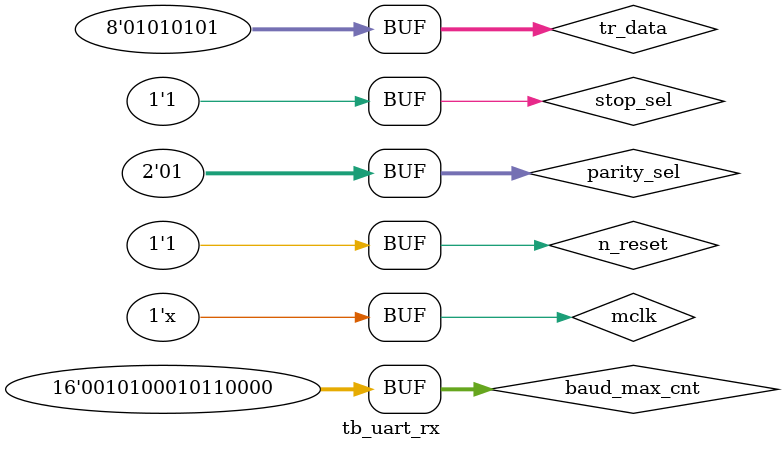
<source format=v>
module tb_uart_rx;

reg              mclk, n_reset;
wire     [15:0]  baud_max_cnt = 16'd10416; // baudrate = 9600
wire     [1:0]   parity_sel   = 2'b01;
wire             stop_sel     = 1'b1;
reg              read_en;
wire    [7:0]    tr_data      = 8'h55;
wire    [7:0]    rd_data;
wire             rd_valid;
wire             full;
wire             frame_err;
wire             parity_err;
wire             txd;
wire             rxd;
wire             done;

always #5 mclk = ~mclk;

initial begin
    n_reset = 0;
    mclk = 0;

#100 n_reset = 1;
end

reg [19:0] cnt;
always@(negedge n_reset, posedge mclk)
    if(!n_reset)
        cnt <= 20'b0;
    else
        cnt <= cnt + 1'b1;

reg send_en;
always@(negedge n_reset, posedge mclk)
    if(!n_reset)
        send_en <= 1'b0;
    else
        send_en <= (cnt == 20'd1000) ? 1'b1 : 1'b0;

always@(negedge n_reset, posedge mclk)
    if(!n_reset)
        read_en <= 1'b0;
    else
        read_en <= (cnt == 20'd140000) ? 1'b1 : 1'b0;

assign rxd = txd;

uart_tx t0(
    .mclk               (mclk            ),
    .n_reset            (n_reset         ),
    .baud_max_cnt       (baud_max_cnt    ),
    .parity_sel         (parity_sel      ),
    .stop_sel           (stop_sel        ),
    .tr_data            (tr_data         ),
    .send_en            (send_en         ),
    .txd                (txd             ),
    .done               (done            )
);

uart_rx t1(
    .mclk               (mclk            ),
    .n_reset            (n_reset         ),
    .baud_max_cnt       (baud_max_cnt    ),
    .parity_sel         (parity_sel      ),
    .stop_sel           (stop_sel        ),
    .rd_data            (rd_data         ),
    .read_en            (read_en         ),
    .rd_valid           (rd_valid        ),
    .full               (full            ),
    .frame_err          (frame_err       ),
    .parity_err         (parity_err      ),
    .rxd                (rxd             )
);

endmodule

</source>
